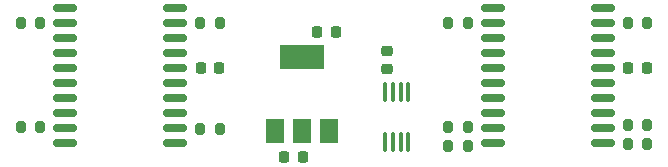
<source format=gbr>
%TF.GenerationSoftware,KiCad,Pcbnew,(6.0.7)*%
%TF.CreationDate,2023-11-21T21:52:02-06:00*%
%TF.ProjectId,Male ECU Connector,4d616c65-2045-4435-9520-436f6e6e6563,rev?*%
%TF.SameCoordinates,Original*%
%TF.FileFunction,Paste,Top*%
%TF.FilePolarity,Positive*%
%FSLAX46Y46*%
G04 Gerber Fmt 4.6, Leading zero omitted, Abs format (unit mm)*
G04 Created by KiCad (PCBNEW (6.0.7)) date 2023-11-21 21:52:02*
%MOMM*%
%LPD*%
G01*
G04 APERTURE LIST*
G04 Aperture macros list*
%AMRoundRect*
0 Rectangle with rounded corners*
0 $1 Rounding radius*
0 $2 $3 $4 $5 $6 $7 $8 $9 X,Y pos of 4 corners*
0 Add a 4 corners polygon primitive as box body*
4,1,4,$2,$3,$4,$5,$6,$7,$8,$9,$2,$3,0*
0 Add four circle primitives for the rounded corners*
1,1,$1+$1,$2,$3*
1,1,$1+$1,$4,$5*
1,1,$1+$1,$6,$7*
1,1,$1+$1,$8,$9*
0 Add four rect primitives between the rounded corners*
20,1,$1+$1,$2,$3,$4,$5,0*
20,1,$1+$1,$4,$5,$6,$7,0*
20,1,$1+$1,$6,$7,$8,$9,0*
20,1,$1+$1,$8,$9,$2,$3,0*%
G04 Aperture macros list end*
%ADD10RoundRect,0.225000X-0.225000X-0.250000X0.225000X-0.250000X0.225000X0.250000X-0.225000X0.250000X0*%
%ADD11RoundRect,0.200000X-0.200000X-0.275000X0.200000X-0.275000X0.200000X0.275000X-0.200000X0.275000X0*%
%ADD12RoundRect,0.200000X0.200000X0.275000X-0.200000X0.275000X-0.200000X-0.275000X0.200000X-0.275000X0*%
%ADD13RoundRect,0.225000X0.225000X0.250000X-0.225000X0.250000X-0.225000X-0.250000X0.225000X-0.250000X0*%
%ADD14RoundRect,0.225000X0.250000X-0.225000X0.250000X0.225000X-0.250000X0.225000X-0.250000X-0.225000X0*%
%ADD15R,1.500000X2.000000*%
%ADD16R,3.800000X2.000000*%
%ADD17RoundRect,0.150000X-0.875000X-0.150000X0.875000X-0.150000X0.875000X0.150000X-0.875000X0.150000X0*%
%ADD18RoundRect,0.100000X0.100000X-0.712500X0.100000X0.712500X-0.100000X0.712500X-0.100000X-0.712500X0*%
G04 APERTURE END LIST*
D10*
%TO.C,C5*%
X142425000Y-82600000D03*
X143975000Y-82600000D03*
%TD*%
D11*
%TO.C,R9*%
X127175000Y-87600000D03*
X128825000Y-87600000D03*
%TD*%
D12*
%TO.C,R10*%
X144025000Y-78800000D03*
X142375000Y-78800000D03*
%TD*%
D13*
%TO.C,C2*%
X151055000Y-90170000D03*
X149505000Y-90170000D03*
%TD*%
D14*
%TO.C,C1*%
X158155000Y-82687500D03*
X158155000Y-81137500D03*
%TD*%
D15*
%TO.C,U1*%
X148700000Y-87950000D03*
X151000000Y-87950000D03*
D16*
X151000000Y-81650000D03*
D15*
X153300000Y-87950000D03*
%TD*%
D11*
%TO.C,R6*%
X127175000Y-78800000D03*
X128825000Y-78800000D03*
%TD*%
D10*
%TO.C,C3*%
X152305000Y-79570000D03*
X153855000Y-79570000D03*
%TD*%
D17*
%TO.C,U2*%
X167150000Y-77485000D03*
X167150000Y-78755000D03*
X167150000Y-80025000D03*
X167150000Y-81295000D03*
X167150000Y-82565000D03*
X167150000Y-83835000D03*
X167150000Y-85105000D03*
X167150000Y-86375000D03*
X167150000Y-87645000D03*
X167150000Y-88915000D03*
X176450000Y-88915000D03*
X176450000Y-87645000D03*
X176450000Y-86375000D03*
X176450000Y-85105000D03*
X176450000Y-83835000D03*
X176450000Y-82565000D03*
X176450000Y-81295000D03*
X176450000Y-80025000D03*
X176450000Y-78755000D03*
X176450000Y-77485000D03*
%TD*%
D10*
%TO.C,C4*%
X178625000Y-82600000D03*
X180175000Y-82600000D03*
%TD*%
D11*
%TO.C,R1*%
X178575000Y-89000000D03*
X180225000Y-89000000D03*
%TD*%
%TO.C,R7*%
X163375000Y-87600000D03*
X165025000Y-87600000D03*
%TD*%
%TO.C,R5*%
X163375000Y-78800000D03*
X165025000Y-78800000D03*
%TD*%
D12*
%TO.C,R3*%
X144025000Y-87800000D03*
X142375000Y-87800000D03*
%TD*%
D17*
%TO.C,U3*%
X130950000Y-77485000D03*
X130950000Y-78755000D03*
X130950000Y-80025000D03*
X130950000Y-81295000D03*
X130950000Y-82565000D03*
X130950000Y-83835000D03*
X130950000Y-85105000D03*
X130950000Y-86375000D03*
X130950000Y-87645000D03*
X130950000Y-88915000D03*
X140250000Y-88915000D03*
X140250000Y-87645000D03*
X140250000Y-86375000D03*
X140250000Y-85105000D03*
X140250000Y-83835000D03*
X140250000Y-82565000D03*
X140250000Y-81295000D03*
X140250000Y-80025000D03*
X140250000Y-78755000D03*
X140250000Y-77485000D03*
%TD*%
D18*
%TO.C,U4*%
X158050000Y-88825000D03*
X158700000Y-88825000D03*
X159350000Y-88825000D03*
X160000000Y-88825000D03*
X160000000Y-84600000D03*
X159350000Y-84600000D03*
X158700000Y-84600000D03*
X158050000Y-84600000D03*
%TD*%
D12*
%TO.C,R4*%
X180225000Y-87400000D03*
X178575000Y-87400000D03*
%TD*%
%TO.C,R2*%
X165025000Y-89200000D03*
X163375000Y-89200000D03*
%TD*%
%TO.C,R8*%
X180225000Y-78800000D03*
X178575000Y-78800000D03*
%TD*%
M02*

</source>
